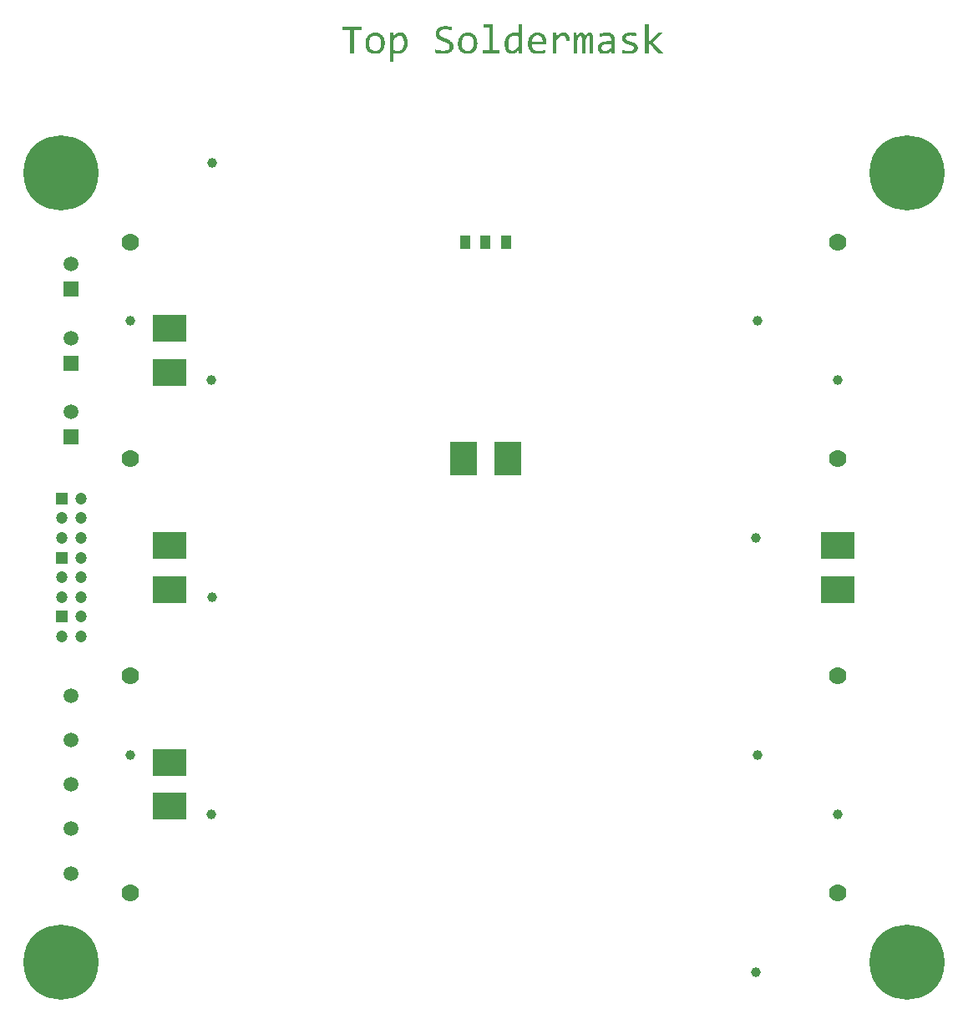
<source format=gts>
G04*
G04 #@! TF.GenerationSoftware,Altium Limited,Altium Designer,20.0.10 (225)*
G04*
G04 Layer_Color=8388736*
%FSLAX25Y25*%
%MOIN*%
G70*
G01*
G75*
%ADD26R,0.04134X0.05315*%
%ADD27R,0.13386X0.10827*%
%ADD28R,0.10827X0.13386*%
%ADD29C,0.05906*%
%ADD30R,0.05906X0.05906*%
%ADD31C,0.07000*%
%ADD32C,0.03937*%
%ADD33R,0.04724X0.04724*%
%ADD34C,0.04724*%
%ADD35C,0.30000*%
G36*
X126128Y215979D02*
X126347Y215961D01*
X126456D01*
X126547Y215942D01*
X126748Y215924D01*
X126984Y215888D01*
X127039D01*
X127112Y215869D01*
X127185D01*
X127385Y215833D01*
X127622Y215797D01*
X127677D01*
X127750Y215778D01*
X127822Y215760D01*
X128023Y215724D01*
X128223Y215687D01*
Y214375D01*
X128187D01*
X128114Y214412D01*
X127986Y214430D01*
X127822Y214467D01*
X127640Y214503D01*
X127422Y214558D01*
X126948Y214631D01*
X126930D01*
X126839Y214649D01*
X126729Y214667D01*
X126565Y214685D01*
X126383Y214703D01*
X126164Y214722D01*
X125727Y214740D01*
X125527D01*
X125308Y214722D01*
X125035Y214685D01*
X124725Y214631D01*
X124415Y214558D01*
X124142Y214448D01*
X123887Y214303D01*
X123869Y214284D01*
X123796Y214230D01*
X123705Y214139D01*
X123595Y214011D01*
X123486Y213847D01*
X123395Y213647D01*
X123322Y213428D01*
X123304Y213173D01*
Y213155D01*
Y213100D01*
X123322Y213027D01*
X123340Y212918D01*
X123413Y212681D01*
X123468Y212554D01*
X123541Y212426D01*
X123559Y212408D01*
X123577Y212371D01*
X123632Y212317D01*
X123705Y212244D01*
X123905Y212062D01*
X124160Y211861D01*
X124178Y211843D01*
X124233Y211825D01*
X124306Y211770D01*
X124434Y211715D01*
X124561Y211643D01*
X124707Y211570D01*
X125071Y211424D01*
X125089D01*
X125162Y211387D01*
X125253Y211351D01*
X125399Y211296D01*
X125545Y211242D01*
X125709Y211169D01*
X126092Y211005D01*
X126110D01*
X126183Y210968D01*
X126292Y210932D01*
X126419Y210877D01*
X126584Y210804D01*
X126748Y210732D01*
X127130Y210549D01*
X127148Y210531D01*
X127221Y210513D01*
X127312Y210458D01*
X127440Y210385D01*
X127731Y210185D01*
X128023Y209948D01*
X128041Y209930D01*
X128096Y209893D01*
X128169Y209821D01*
X128260Y209711D01*
X128351Y209602D01*
X128460Y209456D01*
X128661Y209128D01*
X128679Y209110D01*
X128697Y209037D01*
X128733Y208946D01*
X128788Y208818D01*
X128843Y208654D01*
X128879Y208454D01*
X128897Y208254D01*
X128916Y208017D01*
Y207980D01*
Y207889D01*
X128897Y207743D01*
X128879Y207561D01*
X128843Y207361D01*
X128770Y207124D01*
X128697Y206887D01*
X128588Y206668D01*
X128569Y206650D01*
X128533Y206577D01*
X128460Y206468D01*
X128369Y206340D01*
X128242Y206195D01*
X128096Y206031D01*
X127913Y205867D01*
X127713Y205721D01*
X127695Y205703D01*
X127622Y205666D01*
X127495Y205593D01*
X127349Y205502D01*
X127148Y205411D01*
X126930Y205320D01*
X126675Y205229D01*
X126383Y205156D01*
X126347D01*
X126256Y205120D01*
X126092Y205101D01*
X125873Y205065D01*
X125618Y205029D01*
X125326Y205010D01*
X124998Y204974D01*
X124397D01*
X124251Y204992D01*
X124124D01*
X123796Y205010D01*
X123723D01*
X123650Y205029D01*
X123541D01*
X123286Y205065D01*
X122994Y205101D01*
X122921D01*
X122848Y205120D01*
X122757D01*
X122520Y205156D01*
X122265Y205193D01*
X122247D01*
X122211Y205211D01*
X122138Y205229D01*
X122065Y205247D01*
X121864Y205302D01*
X121646Y205357D01*
Y206760D01*
X121682Y206741D01*
X121755Y206723D01*
X121883Y206687D01*
X122047Y206632D01*
X122247Y206559D01*
X122484Y206504D01*
X122739Y206450D01*
X123012Y206395D01*
X123049D01*
X123140Y206377D01*
X123304Y206359D01*
X123522Y206340D01*
X123778Y206304D01*
X124069Y206286D01*
X124397Y206268D01*
X125017D01*
X125180Y206286D01*
X125363D01*
X125563Y206322D01*
X125764Y206340D01*
X125964Y206377D01*
X125982D01*
X126055Y206395D01*
X126128Y206432D01*
X126256Y206450D01*
X126511Y206559D01*
X126766Y206687D01*
X126784Y206705D01*
X126820Y206723D01*
X126875Y206778D01*
X126948Y206832D01*
X127112Y206996D01*
X127239Y207215D01*
Y207233D01*
X127258Y207270D01*
X127294Y207343D01*
X127312Y207434D01*
X127349Y207543D01*
X127367Y207670D01*
X127385Y207944D01*
Y207962D01*
Y208017D01*
X127367Y208090D01*
X127349Y208199D01*
X127276Y208436D01*
X127221Y208545D01*
X127130Y208673D01*
X127112Y208691D01*
X127094Y208727D01*
X127039Y208782D01*
X126966Y208855D01*
X126875Y208946D01*
X126766Y209037D01*
X126492Y209219D01*
X126474Y209237D01*
X126419Y209256D01*
X126347Y209310D01*
X126237Y209365D01*
X126110Y209438D01*
X125964Y209511D01*
X125600Y209675D01*
X125581Y209693D01*
X125508Y209711D01*
X125417Y209748D01*
X125272Y209802D01*
X125126Y209857D01*
X124944Y209930D01*
X124561Y210075D01*
X124543Y210094D01*
X124470Y210112D01*
X124379Y210167D01*
X124251Y210221D01*
X124087Y210294D01*
X123923Y210367D01*
X123541Y210549D01*
X123522Y210567D01*
X123450Y210604D01*
X123359Y210640D01*
X123231Y210713D01*
X123103Y210804D01*
X122940Y210895D01*
X122630Y211132D01*
X122611Y211151D01*
X122575Y211187D01*
X122502Y211260D01*
X122411Y211369D01*
X122320Y211478D01*
X122211Y211624D01*
X122010Y211934D01*
X121992Y211952D01*
X121974Y212025D01*
X121937Y212116D01*
X121901Y212244D01*
X121846Y212408D01*
X121810Y212590D01*
X121792Y212808D01*
X121773Y213027D01*
Y213045D01*
Y213118D01*
X121792Y213228D01*
X121810Y213373D01*
X121828Y213537D01*
X121864Y213720D01*
X121919Y213920D01*
X121992Y214120D01*
X122010Y214139D01*
X122029Y214212D01*
X122101Y214303D01*
X122174Y214430D01*
X122265Y214576D01*
X122393Y214740D01*
X122539Y214904D01*
X122703Y215068D01*
X122721Y215086D01*
X122794Y215141D01*
X122903Y215214D01*
X123049Y215305D01*
X123213Y215414D01*
X123431Y215523D01*
X123668Y215633D01*
X123942Y215742D01*
X123978Y215760D01*
X124087Y215778D01*
X124233Y215815D01*
X124452Y215869D01*
X124725Y215924D01*
X125035Y215961D01*
X125381Y215979D01*
X125764Y215997D01*
X125946D01*
X126128Y215979D01*
D02*
G37*
G36*
X156337Y205120D02*
X155043D01*
X154988Y206668D01*
Y206650D01*
X154970Y206632D01*
X154879Y206523D01*
X154770Y206377D01*
X154606Y206176D01*
X154405Y205976D01*
X154187Y205757D01*
X153950Y205557D01*
X153695Y205375D01*
X153658Y205357D01*
X153567Y205320D01*
X153440Y205247D01*
X153239Y205174D01*
X153021Y205101D01*
X152766Y205029D01*
X152492Y204992D01*
X152183Y204974D01*
X152073D01*
X151927Y204992D01*
X151763Y205010D01*
X151581Y205047D01*
X151363Y205101D01*
X151162Y205174D01*
X150944Y205265D01*
X150925Y205284D01*
X150853Y205320D01*
X150761Y205393D01*
X150634Y205484D01*
X150488Y205593D01*
X150342Y205739D01*
X150197Y205903D01*
X150051Y206085D01*
X150033Y206104D01*
X149996Y206176D01*
X149923Y206304D01*
X149850Y206450D01*
X149759Y206650D01*
X149668Y206869D01*
X149577Y207106D01*
X149504Y207379D01*
Y207415D01*
X149486Y207506D01*
X149450Y207670D01*
X149431Y207871D01*
X149395Y208126D01*
X149358Y208418D01*
X149340Y208727D01*
Y209055D01*
Y209073D01*
Y209110D01*
Y209165D01*
Y209237D01*
X149358Y209420D01*
X149377Y209675D01*
X149413Y209966D01*
X149450Y210276D01*
X149522Y210604D01*
X149614Y210914D01*
Y210932D01*
X149632Y210950D01*
X149668Y211059D01*
X149741Y211205D01*
X149832Y211387D01*
X149942Y211606D01*
X150087Y211843D01*
X150251Y212080D01*
X150433Y212298D01*
X150452Y212317D01*
X150524Y212389D01*
X150634Y212499D01*
X150798Y212626D01*
X150980Y212754D01*
X151199Y212900D01*
X151435Y213027D01*
X151709Y213155D01*
X151745Y213173D01*
X151836Y213209D01*
X152000Y213246D01*
X152201Y213300D01*
X152438Y213355D01*
X152729Y213410D01*
X153039Y213428D01*
X153367Y213446D01*
X153604D01*
X153859Y213428D01*
X154132Y213392D01*
X154150D01*
X154205Y213373D01*
X154278D01*
X154369Y213355D01*
X154624Y213300D01*
X154897Y213228D01*
Y216708D01*
X156337D01*
Y205120D01*
D02*
G37*
G36*
X200083Y213483D02*
X200265D01*
X200684Y213446D01*
X200702D01*
X200794Y213428D01*
X200903D01*
X201067Y213410D01*
X201249Y213373D01*
X201449Y213355D01*
X201686Y213300D01*
X201923Y213264D01*
Y211989D01*
X201887D01*
X201814Y212025D01*
X201686Y212043D01*
X201504Y212080D01*
X201322Y212116D01*
X201103Y212153D01*
X200648Y212226D01*
X200629D01*
X200538Y212244D01*
X200429Y212262D01*
X200283Y212280D01*
X200119D01*
X199955Y212298D01*
X199591Y212317D01*
X199409D01*
X199281Y212298D01*
X198990Y212280D01*
X198698Y212226D01*
X198680D01*
X198644Y212207D01*
X198571Y212189D01*
X198480Y212171D01*
X198297Y212080D01*
X198097Y211989D01*
X198061Y211970D01*
X197969Y211898D01*
X197878Y211788D01*
X197787Y211661D01*
X197769Y211624D01*
X197751Y211533D01*
X197714Y211406D01*
X197696Y211242D01*
Y211223D01*
Y211205D01*
X197714Y211114D01*
X197733Y210986D01*
X197769Y210841D01*
X197787Y210804D01*
X197842Y210732D01*
X197951Y210622D01*
X198097Y210495D01*
X198115D01*
X198133Y210458D01*
X198188Y210440D01*
X198261Y210385D01*
X198370Y210331D01*
X198480Y210276D01*
X198607Y210221D01*
X198753Y210148D01*
X198771D01*
X198826Y210112D01*
X198917Y210094D01*
X199044Y210039D01*
X199208Y209984D01*
X199391Y209930D01*
X199591Y209875D01*
X199828Y209802D01*
X199864Y209784D01*
X199955Y209766D01*
X200083Y209729D01*
X200265Y209657D01*
X200466Y209602D01*
X200666Y209511D01*
X200866Y209438D01*
X201067Y209347D01*
X201085Y209329D01*
X201158Y209310D01*
X201231Y209256D01*
X201358Y209201D01*
X201613Y209019D01*
X201869Y208818D01*
X201887Y208800D01*
X201923Y208764D01*
X201978Y208709D01*
X202051Y208636D01*
X202197Y208436D01*
X202269Y208308D01*
X202324Y208181D01*
Y208162D01*
X202342Y208126D01*
X202379Y208035D01*
X202397Y207944D01*
X202433Y207816D01*
X202451Y207689D01*
X202470Y207361D01*
Y207343D01*
Y207288D01*
Y207197D01*
X202451Y207106D01*
X202397Y206851D01*
X202306Y206577D01*
Y206559D01*
X202288Y206523D01*
X202251Y206450D01*
X202197Y206377D01*
X202069Y206176D01*
X201905Y205958D01*
X201887Y205940D01*
X201869Y205921D01*
X201814Y205867D01*
X201741Y205812D01*
X201541Y205666D01*
X201304Y205502D01*
X201286D01*
X201249Y205466D01*
X201176Y205448D01*
X201085Y205393D01*
X200866Y205302D01*
X200593Y205211D01*
X200575D01*
X200538Y205193D01*
X200447Y205174D01*
X200356Y205156D01*
X200247Y205120D01*
X200101Y205101D01*
X199810Y205047D01*
X199791D01*
X199737Y205029D01*
X199664D01*
X199555Y205010D01*
X199318Y204992D01*
X199026Y204974D01*
X198716D01*
X198516Y204992D01*
X198279D01*
X198024Y205010D01*
X197477Y205047D01*
X197441D01*
X197368Y205065D01*
X197222Y205083D01*
X197058Y205101D01*
X196840Y205138D01*
X196621Y205174D01*
X196129Y205284D01*
Y206595D01*
X196166D01*
X196257Y206559D01*
X196384Y206523D01*
X196566Y206468D01*
X196785Y206413D01*
X197022Y206359D01*
X197550Y206268D01*
X197587D01*
X197678Y206249D01*
X197805Y206231D01*
X197988D01*
X198206Y206213D01*
X198443Y206195D01*
X198971Y206176D01*
X199135D01*
X199318Y206195D01*
X199536Y206213D01*
X199791Y206249D01*
X200046Y206286D01*
X200283Y206359D01*
X200484Y206450D01*
X200502Y206468D01*
X200557Y206504D01*
X200648Y206559D01*
X200739Y206650D01*
X200830Y206760D01*
X200921Y206905D01*
X200976Y207069D01*
X200994Y207252D01*
Y207270D01*
Y207288D01*
X200976Y207379D01*
X200957Y207506D01*
X200903Y207634D01*
X200885Y207670D01*
X200848Y207743D01*
X200757Y207853D01*
X200611Y207980D01*
X200575Y208017D01*
X200520Y208035D01*
X200466Y208090D01*
X200375Y208126D01*
X200265Y208181D01*
X200119Y208254D01*
X199974Y208308D01*
X199955D01*
X199901Y208345D01*
X199810Y208381D01*
X199664Y208436D01*
X199500Y208490D01*
X199300Y208563D01*
X199081Y208636D01*
X198808Y208709D01*
X198789D01*
X198716Y208746D01*
X198607Y208764D01*
X198480Y208818D01*
X198316Y208873D01*
X198152Y208928D01*
X197787Y209073D01*
X197769Y209092D01*
X197714Y209110D01*
X197623Y209165D01*
X197514Y209219D01*
X197241Y209365D01*
X196967Y209565D01*
X196949Y209584D01*
X196913Y209620D01*
X196840Y209675D01*
X196767Y209766D01*
X196585Y209966D01*
X196421Y210240D01*
Y210258D01*
X196384Y210312D01*
X196366Y210385D01*
X196330Y210495D01*
X196293Y210622D01*
X196275Y210786D01*
X196239Y210968D01*
Y211151D01*
Y211169D01*
Y211205D01*
Y211278D01*
X196257Y211369D01*
X196275Y211478D01*
X196293Y211606D01*
X196384Y211898D01*
Y211916D01*
X196421Y211970D01*
X196457Y212043D01*
X196512Y212153D01*
X196585Y212262D01*
X196676Y212389D01*
X196803Y212535D01*
X196931Y212663D01*
X196949Y212681D01*
X197004Y212718D01*
X197095Y212790D01*
X197204Y212881D01*
X197350Y212972D01*
X197532Y213064D01*
X197733Y213173D01*
X197969Y213264D01*
X198006Y213282D01*
X198097Y213300D01*
X198224Y213337D01*
X198425Y213392D01*
X198662Y213428D01*
X198935Y213464D01*
X199263Y213483D01*
X199609Y213501D01*
X199937D01*
X200083Y213483D01*
D02*
G37*
G36*
X107999Y213483D02*
X108163Y213464D01*
X108363Y213428D01*
X108564Y213373D01*
X108782Y213300D01*
X108983Y213191D01*
X109001Y213173D01*
X109074Y213137D01*
X109165Y213064D01*
X109293Y212972D01*
X109438Y212863D01*
X109584Y212717D01*
X109730Y212554D01*
X109876Y212353D01*
X109894Y212335D01*
X109930Y212262D01*
X110003Y212153D01*
X110076Y211989D01*
X110167Y211806D01*
X110258Y211588D01*
X110350Y211333D01*
X110422Y211059D01*
Y211023D01*
X110459Y210932D01*
X110477Y210768D01*
X110513Y210567D01*
X110550Y210331D01*
X110568Y210039D01*
X110605Y209729D01*
Y209383D01*
Y209365D01*
Y209329D01*
Y209274D01*
Y209201D01*
X110586Y208982D01*
X110568Y208727D01*
X110532Y208418D01*
X110477Y208108D01*
X110404Y207780D01*
X110295Y207452D01*
X110277Y207415D01*
X110240Y207324D01*
X110167Y207178D01*
X110076Y206978D01*
X109949Y206778D01*
X109803Y206541D01*
X109639Y206322D01*
X109438Y206104D01*
X109420Y206085D01*
X109347Y206013D01*
X109220Y205921D01*
X109074Y205794D01*
X108892Y205666D01*
X108655Y205521D01*
X108418Y205393D01*
X108145Y205284D01*
X108108Y205265D01*
X108017Y205247D01*
X107871Y205211D01*
X107671Y205156D01*
X107434Y205101D01*
X107161Y205065D01*
X106869Y205047D01*
X106560Y205029D01*
X106305D01*
X106068Y205047D01*
X105776Y205083D01*
X105703D01*
X105631Y205101D01*
X105539Y205120D01*
X105412D01*
X105284Y205138D01*
X104993Y205193D01*
Y201749D01*
X103572D01*
Y213355D01*
X104829D01*
X104920Y211970D01*
Y211989D01*
X104956Y212007D01*
X105029Y212116D01*
X105157Y212262D01*
X105321Y212426D01*
X105521Y212626D01*
X105740Y212827D01*
X105977Y213009D01*
X106232Y213155D01*
X106268Y213173D01*
X106359Y213209D01*
X106487Y213264D01*
X106687Y213337D01*
X106906Y213392D01*
X107161Y213446D01*
X107452Y213483D01*
X107744Y213501D01*
X107871D01*
X107999Y213483D01*
D02*
G37*
G36*
X172990Y213483D02*
X173081D01*
X173208Y213464D01*
X173500Y213392D01*
X173810Y213300D01*
X174119Y213155D01*
X174429Y212936D01*
X174575Y212809D01*
X174703Y212663D01*
X174739Y212626D01*
X174757Y212572D01*
X174812Y212517D01*
X174848Y212426D01*
X174903Y212317D01*
X174976Y212189D01*
X175030Y212043D01*
X175085Y211879D01*
X175140Y211715D01*
X175194Y211515D01*
X175249Y211296D01*
X175285Y211041D01*
X175304Y210786D01*
X175322Y210513D01*
Y210221D01*
X173883D01*
Y210240D01*
Y210276D01*
Y210331D01*
Y210403D01*
X173864Y210586D01*
X173846Y210804D01*
X173810Y211059D01*
X173755Y211315D01*
X173664Y211570D01*
X173555Y211770D01*
X173536Y211788D01*
X173500Y211843D01*
X173409Y211934D01*
X173300Y212025D01*
X173154Y212098D01*
X172990Y212189D01*
X172789Y212244D01*
X172553Y212262D01*
X172443D01*
X172389Y212244D01*
X172206Y212226D01*
X171988Y212153D01*
X171969D01*
X171933Y212134D01*
X171878Y212116D01*
X171806Y212080D01*
X171605Y211970D01*
X171386Y211825D01*
X171368Y211806D01*
X171332Y211788D01*
X171277Y211734D01*
X171186Y211679D01*
X170986Y211478D01*
X170730Y211242D01*
X170712Y211223D01*
X170676Y211187D01*
X170603Y211114D01*
X170512Y211005D01*
X170403Y210877D01*
X170275Y210750D01*
X170148Y210586D01*
X170002Y210403D01*
Y205120D01*
X168562D01*
Y213355D01*
X169856D01*
X169892Y211825D01*
Y211843D01*
X169929Y211861D01*
X170020Y211970D01*
X170166Y212116D01*
X170348Y212317D01*
X170567Y212517D01*
X170803Y212736D01*
X171058Y212936D01*
X171332Y213100D01*
X171368Y213118D01*
X171459Y213155D01*
X171587Y213228D01*
X171787Y213300D01*
X171988Y213373D01*
X172243Y213446D01*
X172498Y213483D01*
X172771Y213501D01*
X172899D01*
X172990Y213483D01*
D02*
G37*
G36*
X183339D02*
X183430Y213464D01*
X183557Y213428D01*
X183685Y213373D01*
X183831Y213300D01*
X183976Y213209D01*
X184122Y213082D01*
X184268Y212918D01*
X184396Y212718D01*
X184523Y212499D01*
X184614Y212226D01*
X184687Y211898D01*
X184742Y211533D01*
X184760Y211114D01*
Y205120D01*
X183339D01*
Y211023D01*
Y211041D01*
Y211096D01*
Y211151D01*
Y211242D01*
X183321Y211442D01*
X183302Y211643D01*
Y211661D01*
Y211679D01*
X183284Y211788D01*
X183266Y211916D01*
X183211Y212043D01*
X183193Y212062D01*
X183175Y212116D01*
X183120Y212189D01*
X183065Y212244D01*
X183047Y212262D01*
X183011Y212280D01*
X182938Y212298D01*
X182847Y212317D01*
X182829D01*
X182756Y212298D01*
X182665Y212280D01*
X182555Y212207D01*
X182537Y212189D01*
X182482Y212134D01*
X182391Y212025D01*
X182282Y211879D01*
Y211861D01*
X182264Y211843D01*
X182227Y211788D01*
X182191Y211734D01*
X182082Y211533D01*
X181954Y211296D01*
Y211278D01*
X181918Y211223D01*
X181881Y211151D01*
X181826Y211041D01*
X181772Y210914D01*
X181699Y210768D01*
X181626Y210586D01*
X181535Y210403D01*
Y205120D01*
X180114D01*
Y210877D01*
Y210895D01*
Y210950D01*
Y211023D01*
Y211132D01*
X180096Y211369D01*
X180077Y211588D01*
Y211606D01*
Y211643D01*
X180059Y211752D01*
X180041Y211898D01*
X179986Y212025D01*
X179968Y212043D01*
X179950Y212116D01*
X179895Y212189D01*
X179841Y212244D01*
X179822Y212262D01*
X179786Y212280D01*
X179713Y212298D01*
X179622Y212317D01*
X179604D01*
X179531Y212298D01*
X179440Y212280D01*
X179349Y212226D01*
X179330Y212207D01*
X179276Y212153D01*
X179185Y212062D01*
X179075Y211916D01*
X179057Y211879D01*
X178984Y211770D01*
X178875Y211588D01*
X178747Y211351D01*
Y211333D01*
X178711Y211278D01*
X178674Y211205D01*
X178620Y211096D01*
X178565Y210968D01*
X178492Y210804D01*
X178401Y210604D01*
X178310Y210403D01*
Y205120D01*
X176889D01*
Y213355D01*
X178055D01*
X178128Y211788D01*
X178146Y211806D01*
X178164Y211861D01*
X178201Y211952D01*
X178255Y212062D01*
X178401Y212317D01*
X178547Y212572D01*
X178565Y212590D01*
X178583Y212626D01*
X178620Y212681D01*
X178674Y212754D01*
X178802Y212936D01*
X178966Y213100D01*
X178984Y213118D01*
X179002Y213137D01*
X179112Y213209D01*
X179258Y213300D01*
X179421Y213392D01*
X179440D01*
X179458Y213410D01*
X179585Y213446D01*
X179749Y213483D01*
X179950Y213501D01*
X180059D01*
X180187Y213483D01*
X180333Y213446D01*
X180497Y213392D01*
X180660Y213319D01*
X180824Y213209D01*
X180970Y213064D01*
X180988Y213045D01*
X181025Y212991D01*
X181079Y212881D01*
X181152Y212736D01*
X181207Y212535D01*
X181262Y212317D01*
X181298Y212043D01*
X181316Y211715D01*
X181335Y211734D01*
X181353Y211788D01*
X181389Y211861D01*
X181444Y211970D01*
X181571Y212207D01*
X181699Y212462D01*
Y212481D01*
X181735Y212517D01*
X181772Y212590D01*
X181826Y212663D01*
X181954Y212845D01*
X182100Y213027D01*
X182118Y213045D01*
X182136Y213064D01*
X182246Y213155D01*
X182391Y213264D01*
X182573Y213373D01*
X182592D01*
X182628Y213392D01*
X182683Y213410D01*
X182756Y213446D01*
X182956Y213483D01*
X183193Y213501D01*
X183266D01*
X183339Y213483D01*
D02*
G37*
G36*
X206788Y209584D02*
X210487Y213355D01*
X212381D01*
X208519Y209547D01*
X212600Y205120D01*
X210632D01*
X206788Y209529D01*
Y205120D01*
X205367D01*
Y216708D01*
X206788D01*
Y209584D01*
D02*
G37*
G36*
X190517Y213483D02*
X190718Y213464D01*
X190955Y213428D01*
X191410Y213337D01*
X191428D01*
X191520Y213300D01*
X191629Y213264D01*
X191756Y213209D01*
X191920Y213137D01*
X192084Y213045D01*
X192248Y212954D01*
X192412Y212827D01*
X192430Y212809D01*
X192485Y212772D01*
X192558Y212699D01*
X192649Y212608D01*
X192759Y212481D01*
X192868Y212335D01*
X192959Y212171D01*
X193050Y211989D01*
X193068Y211970D01*
X193087Y211898D01*
X193123Y211788D01*
X193178Y211643D01*
X193214Y211478D01*
X193251Y211260D01*
X193269Y211041D01*
X193287Y210786D01*
Y205120D01*
X191993D01*
X191957Y206213D01*
X191920Y206176D01*
X191848Y206104D01*
X191702Y205994D01*
X191538Y205849D01*
X191319Y205703D01*
X191101Y205539D01*
X190845Y205393D01*
X190590Y205265D01*
X190554Y205247D01*
X190463Y205229D01*
X190335Y205174D01*
X190153Y205120D01*
X189934Y205065D01*
X189679Y205029D01*
X189424Y204992D01*
X189133Y204974D01*
X189023D01*
X188896Y204992D01*
X188732D01*
X188531Y205010D01*
X188331Y205047D01*
X187930Y205138D01*
X187912D01*
X187857Y205174D01*
X187766Y205211D01*
X187639Y205265D01*
X187384Y205429D01*
X187110Y205630D01*
X187092Y205648D01*
X187056Y205684D01*
X187001Y205757D01*
X186928Y205849D01*
X186855Y205958D01*
X186764Y206085D01*
X186637Y206377D01*
Y206395D01*
X186618Y206450D01*
X186600Y206541D01*
X186564Y206650D01*
X186546Y206796D01*
X186509Y206960D01*
X186491Y207306D01*
Y207324D01*
Y207361D01*
Y207434D01*
X186509Y207506D01*
X186527Y207616D01*
X186546Y207743D01*
X186600Y208017D01*
X186709Y208326D01*
X186873Y208654D01*
X186983Y208818D01*
X187110Y208964D01*
X187238Y209110D01*
X187402Y209256D01*
X187420D01*
X187438Y209292D01*
X187493Y209329D01*
X187584Y209365D01*
X187675Y209420D01*
X187784Y209474D01*
X187930Y209547D01*
X188094Y209620D01*
X188276Y209675D01*
X188477Y209748D01*
X188696Y209802D01*
X188951Y209857D01*
X189206Y209893D01*
X189497Y209930D01*
X189807Y209966D01*
X191848D01*
Y210677D01*
Y210713D01*
Y210804D01*
X191829Y210932D01*
X191793Y211096D01*
X191738Y211278D01*
X191647Y211478D01*
X191538Y211661D01*
X191374Y211843D01*
X191356Y211861D01*
X191283Y211916D01*
X191173Y211989D01*
X191028Y212062D01*
X190827Y212134D01*
X190572Y212207D01*
X190281Y212262D01*
X189953Y212280D01*
X189698D01*
X189515Y212262D01*
X189297Y212244D01*
X189078Y212207D01*
X188568Y212116D01*
X188531D01*
X188459Y212080D01*
X188313Y212043D01*
X188149Y212007D01*
X187930Y211934D01*
X187693Y211861D01*
X187438Y211770D01*
X187183Y211679D01*
Y212972D01*
X187201D01*
X187238Y212991D01*
X187274Y213009D01*
X187347Y213027D01*
X187529Y213082D01*
X187766Y213155D01*
X187784D01*
X187821Y213173D01*
X187894Y213191D01*
X187985Y213209D01*
X188222Y213264D01*
X188477Y213319D01*
X188495D01*
X188550Y213337D01*
X188623Y213355D01*
X188714Y213373D01*
X188823Y213392D01*
X188951Y213410D01*
X189242Y213446D01*
X189260D01*
X189315Y213464D01*
X189388D01*
X189497Y213483D01*
X189625D01*
X189752Y213501D01*
X190335D01*
X190517Y213483D01*
D02*
G37*
G36*
X144749Y206304D02*
X147208D01*
Y205120D01*
X140613D01*
Y206304D01*
X143309D01*
Y215542D01*
X140886D01*
Y216708D01*
X144749D01*
Y206304D01*
D02*
G37*
G36*
X92312Y214594D02*
X89141D01*
Y205120D01*
X87665D01*
Y214594D01*
X84495D01*
Y215833D01*
X92312D01*
Y214594D01*
D02*
G37*
G36*
X162696Y213483D02*
X162896Y213464D01*
X163133Y213428D01*
X163388Y213392D01*
X163643Y213319D01*
X163898Y213228D01*
X163935Y213209D01*
X164007Y213173D01*
X164135Y213118D01*
X164299Y213027D01*
X164463Y212918D01*
X164663Y212790D01*
X164846Y212626D01*
X165028Y212444D01*
X165046Y212426D01*
X165101Y212353D01*
X165192Y212244D01*
X165283Y212116D01*
X165392Y211934D01*
X165520Y211734D01*
X165629Y211497D01*
X165720Y211242D01*
X165738Y211205D01*
X165756Y211114D01*
X165793Y210968D01*
X165848Y210786D01*
X165884Y210549D01*
X165920Y210294D01*
X165939Y210003D01*
X165957Y209675D01*
Y209657D01*
Y209620D01*
Y209565D01*
Y209492D01*
Y209329D01*
X165939Y209146D01*
Y209110D01*
Y209019D01*
Y208910D01*
X165920Y208782D01*
X160145D01*
Y208764D01*
Y208727D01*
Y208654D01*
X160163Y208581D01*
Y208472D01*
X160181Y208345D01*
X160236Y208053D01*
X160309Y207743D01*
X160436Y207415D01*
X160600Y207106D01*
X160837Y206832D01*
X160873Y206796D01*
X160965Y206723D01*
X161129Y206614D01*
X161365Y206504D01*
X161657Y206377D01*
X162003Y206268D01*
X162404Y206195D01*
X162878Y206158D01*
X163333D01*
X163588Y206176D01*
X163643D01*
X163716Y206195D01*
X163807D01*
X164044Y206231D01*
X164281Y206249D01*
X164299D01*
X164335Y206268D01*
X164408D01*
X164499Y206286D01*
X164700Y206322D01*
X164937Y206359D01*
X164955D01*
X164991Y206377D01*
X165046Y206395D01*
X165119Y206413D01*
X165319Y206450D01*
X165520Y206504D01*
Y205338D01*
X165501D01*
X165410Y205320D01*
X165301Y205284D01*
X165137Y205247D01*
X164937Y205211D01*
X164718Y205156D01*
X164463Y205120D01*
X164190Y205083D01*
X164153D01*
X164062Y205065D01*
X163916Y205047D01*
X163734Y205029D01*
X163497Y205010D01*
X163242Y204992D01*
X162969Y204974D01*
X162495D01*
X162295Y204992D01*
X162058Y205010D01*
X161766Y205047D01*
X161457Y205083D01*
X161147Y205156D01*
X160855Y205247D01*
X160819Y205265D01*
X160728Y205302D01*
X160582Y205375D01*
X160418Y205466D01*
X160218Y205575D01*
X159999Y205721D01*
X159799Y205885D01*
X159598Y206085D01*
X159580Y206104D01*
X159525Y206176D01*
X159434Y206304D01*
X159325Y206450D01*
X159197Y206650D01*
X159088Y206869D01*
X158960Y207142D01*
X158869Y207415D01*
Y207434D01*
Y207452D01*
X158833Y207561D01*
X158796Y207725D01*
X158760Y207944D01*
X158724Y208217D01*
X158687Y208509D01*
X158669Y208855D01*
X158651Y209219D01*
Y209237D01*
Y209256D01*
Y209365D01*
X158669Y209529D01*
X158687Y209748D01*
X158705Y209984D01*
X158760Y210258D01*
X158815Y210549D01*
X158888Y210841D01*
Y210859D01*
X158906Y210877D01*
X158942Y210968D01*
X158997Y211114D01*
X159070Y211315D01*
X159179Y211515D01*
X159307Y211752D01*
X159452Y211989D01*
X159616Y212207D01*
X159634Y212226D01*
X159707Y212298D01*
X159817Y212408D01*
X159944Y212554D01*
X160126Y212699D01*
X160327Y212863D01*
X160546Y213009D01*
X160801Y213155D01*
X160837Y213173D01*
X160928Y213209D01*
X161074Y213264D01*
X161256Y213337D01*
X161493Y213392D01*
X161766Y213446D01*
X162058Y213483D01*
X162386Y213501D01*
X162531D01*
X162696Y213483D01*
D02*
G37*
G36*
X134983D02*
X135183Y213464D01*
X135438Y213428D01*
X135694Y213373D01*
X135967Y213300D01*
X136240Y213209D01*
X136276Y213191D01*
X136368Y213155D01*
X136495Y213100D01*
X136659Y213009D01*
X136841Y212900D01*
X137042Y212754D01*
X137242Y212590D01*
X137424Y212408D01*
X137443Y212389D01*
X137497Y212317D01*
X137588Y212207D01*
X137698Y212043D01*
X137825Y211861D01*
X137953Y211624D01*
X138062Y211369D01*
X138171Y211096D01*
X138190Y211059D01*
X138208Y210950D01*
X138262Y210786D01*
X138317Y210586D01*
X138354Y210312D01*
X138408Y210003D01*
X138426Y209657D01*
X138445Y209292D01*
Y209274D01*
Y209256D01*
Y209201D01*
Y209128D01*
X138426Y208946D01*
X138408Y208709D01*
X138372Y208436D01*
X138335Y208144D01*
X138262Y207835D01*
X138171Y207525D01*
X138153Y207488D01*
X138117Y207397D01*
X138062Y207251D01*
X137971Y207069D01*
X137862Y206851D01*
X137734Y206614D01*
X137570Y206377D01*
X137388Y206158D01*
X137370Y206140D01*
X137297Y206067D01*
X137188Y205958D01*
X137042Y205830D01*
X136860Y205703D01*
X136659Y205557D01*
X136404Y205411D01*
X136149Y205284D01*
X136112Y205265D01*
X136021Y205229D01*
X135876Y205193D01*
X135675Y205138D01*
X135420Y205065D01*
X135147Y205029D01*
X134837Y204992D01*
X134491Y204974D01*
X134345D01*
X134163Y204992D01*
X133963Y205010D01*
X133707Y205047D01*
X133434Y205083D01*
X133161Y205156D01*
X132888Y205247D01*
X132851Y205265D01*
X132778Y205302D01*
X132651Y205357D01*
X132487Y205448D01*
X132286Y205557D01*
X132104Y205703D01*
X131904Y205867D01*
X131703Y206049D01*
X131685Y206067D01*
X131630Y206140D01*
X131539Y206249D01*
X131430Y206413D01*
X131321Y206595D01*
X131193Y206832D01*
X131084Y207087D01*
X130974Y207361D01*
Y207379D01*
X130956Y207397D01*
X130938Y207506D01*
X130902Y207670D01*
X130847Y207889D01*
X130792Y208162D01*
X130756Y208472D01*
X130738Y208818D01*
X130719Y209183D01*
Y209201D01*
Y209219D01*
Y209274D01*
Y209347D01*
X130738Y209529D01*
X130756Y209748D01*
X130774Y210021D01*
X130829Y210312D01*
X130883Y210622D01*
X130974Y210914D01*
Y210932D01*
X130993Y210950D01*
X131029Y211041D01*
X131084Y211205D01*
X131175Y211387D01*
X131284Y211606D01*
X131430Y211825D01*
X131576Y212062D01*
X131758Y212280D01*
X131776Y212298D01*
X131849Y212371D01*
X131958Y212481D01*
X132104Y212608D01*
X132286Y212754D01*
X132505Y212900D01*
X132742Y213045D01*
X132997Y213173D01*
X133033Y213191D01*
X133124Y213228D01*
X133270Y213282D01*
X133471Y213337D01*
X133726Y213392D01*
X133999Y213446D01*
X134309Y213483D01*
X134655Y213501D01*
X134801D01*
X134983Y213483D01*
D02*
G37*
G36*
X98033Y213483D02*
X98233Y213464D01*
X98488Y213428D01*
X98743Y213373D01*
X99017Y213300D01*
X99290Y213209D01*
X99326Y213191D01*
X99417Y213155D01*
X99545Y213100D01*
X99709Y213009D01*
X99891Y212900D01*
X100092Y212754D01*
X100292Y212590D01*
X100474Y212408D01*
X100492Y212389D01*
X100547Y212317D01*
X100638Y212207D01*
X100748Y212043D01*
X100875Y211861D01*
X101003Y211624D01*
X101112Y211369D01*
X101221Y211096D01*
X101239Y211059D01*
X101258Y210950D01*
X101312Y210786D01*
X101367Y210586D01*
X101403Y210312D01*
X101458Y210003D01*
X101476Y209657D01*
X101495Y209292D01*
Y209274D01*
Y209256D01*
Y209201D01*
Y209128D01*
X101476Y208946D01*
X101458Y208709D01*
X101422Y208436D01*
X101385Y208144D01*
X101312Y207835D01*
X101221Y207525D01*
X101203Y207488D01*
X101167Y207397D01*
X101112Y207251D01*
X101021Y207069D01*
X100911Y206851D01*
X100784Y206614D01*
X100620Y206377D01*
X100438Y206158D01*
X100420Y206140D01*
X100347Y206067D01*
X100237Y205958D01*
X100092Y205830D01*
X99909Y205703D01*
X99709Y205557D01*
X99454Y205411D01*
X99199Y205284D01*
X99162Y205265D01*
X99071Y205229D01*
X98926Y205193D01*
X98725Y205138D01*
X98470Y205065D01*
X98197Y205029D01*
X97887Y204992D01*
X97541Y204974D01*
X97395D01*
X97213Y204992D01*
X97012Y205010D01*
X96757Y205047D01*
X96484Y205083D01*
X96211Y205156D01*
X95937Y205247D01*
X95901Y205265D01*
X95828Y205302D01*
X95701Y205357D01*
X95537Y205448D01*
X95336Y205557D01*
X95154Y205703D01*
X94954Y205867D01*
X94753Y206049D01*
X94735Y206067D01*
X94680Y206140D01*
X94589Y206249D01*
X94480Y206413D01*
X94371Y206595D01*
X94243Y206832D01*
X94134Y207087D01*
X94024Y207361D01*
Y207379D01*
X94006Y207397D01*
X93988Y207506D01*
X93951Y207670D01*
X93897Y207889D01*
X93842Y208162D01*
X93806Y208472D01*
X93787Y208818D01*
X93769Y209183D01*
Y209201D01*
Y209219D01*
Y209274D01*
Y209347D01*
X93787Y209529D01*
X93806Y209748D01*
X93824Y210021D01*
X93879Y210312D01*
X93933Y210622D01*
X94024Y210914D01*
Y210932D01*
X94043Y210950D01*
X94079Y211041D01*
X94134Y211205D01*
X94225Y211387D01*
X94334Y211606D01*
X94480Y211825D01*
X94626Y212062D01*
X94808Y212280D01*
X94826Y212298D01*
X94899Y212371D01*
X95008Y212481D01*
X95154Y212608D01*
X95336Y212754D01*
X95555Y212900D01*
X95792Y213045D01*
X96047Y213173D01*
X96083Y213191D01*
X96174Y213228D01*
X96320Y213282D01*
X96521Y213337D01*
X96776Y213392D01*
X97049Y213446D01*
X97359Y213483D01*
X97705Y213501D01*
X97851D01*
X98033Y213483D01*
D02*
G37*
%LPC*%
G36*
X153258Y212262D02*
X153148D01*
X153057Y212244D01*
X152857Y212226D01*
X152602Y212171D01*
X152292Y212080D01*
X152000Y211934D01*
X151709Y211752D01*
X151435Y211497D01*
X151417Y211460D01*
X151345Y211351D01*
X151290Y211278D01*
X151235Y211169D01*
X151181Y211059D01*
X151126Y210932D01*
X151053Y210768D01*
X150998Y210604D01*
X150944Y210403D01*
X150907Y210185D01*
X150853Y209966D01*
X150834Y209711D01*
X150798Y209438D01*
Y209146D01*
Y209128D01*
Y209073D01*
Y209001D01*
Y208910D01*
X150816Y208782D01*
Y208636D01*
X150853Y208308D01*
X150907Y207944D01*
X150980Y207579D01*
X151089Y207233D01*
X151235Y206924D01*
X151253Y206887D01*
X151308Y206814D01*
X151417Y206687D01*
X151563Y206559D01*
X151727Y206432D01*
X151946Y206304D01*
X152183Y206231D01*
X152474Y206195D01*
X152565D01*
X152674Y206213D01*
X152820Y206249D01*
X153003Y206304D01*
X153185Y206395D01*
X153403Y206504D01*
X153622Y206668D01*
X153658Y206687D01*
X153731Y206760D01*
X153841Y206869D01*
X154005Y207033D01*
X154205Y207233D01*
X154405Y207488D01*
X154642Y207780D01*
X154897Y208108D01*
Y211916D01*
X154879D01*
X154843Y211952D01*
X154752Y211970D01*
X154660Y212007D01*
X154551Y212043D01*
X154405Y212098D01*
X154096Y212171D01*
X154077D01*
X154023Y212189D01*
X153950Y212207D01*
X153841Y212226D01*
X153713D01*
X153567Y212244D01*
X153258Y212262D01*
D02*
G37*
G36*
X107616Y212262D02*
X107343D01*
X107289Y212244D01*
X107106Y212226D01*
X106906Y212171D01*
X106888D01*
X106851Y212153D01*
X106797Y212134D01*
X106724Y212098D01*
X106542Y212007D01*
X106323Y211879D01*
X106305D01*
X106268Y211843D01*
X106213Y211806D01*
X106141Y211734D01*
X105940Y211570D01*
X105685Y211333D01*
X105667Y211315D01*
X105631Y211278D01*
X105558Y211205D01*
X105485Y211114D01*
X105375Y210986D01*
X105248Y210841D01*
X105120Y210695D01*
X104993Y210513D01*
Y206523D01*
X105011D01*
X105066Y206504D01*
X105139Y206468D01*
X105248Y206432D01*
X105357Y206395D01*
X105503Y206340D01*
X105813Y206267D01*
X105831D01*
X105886Y206249D01*
X105977Y206231D01*
X106086D01*
X106213Y206213D01*
X106359Y206195D01*
X106669Y206176D01*
X106778D01*
X106851Y206195D01*
X107070Y206213D01*
X107325Y206267D01*
X107616Y206377D01*
X107908Y206504D01*
X108200Y206705D01*
X108345Y206814D01*
X108473Y206960D01*
Y206978D01*
X108509Y206996D01*
X108527Y207051D01*
X108582Y207106D01*
X108637Y207197D01*
X108691Y207288D01*
X108746Y207415D01*
X108819Y207543D01*
X108874Y207707D01*
X108928Y207871D01*
X108983Y208071D01*
X109038Y208290D01*
X109092Y208509D01*
X109110Y208764D01*
X109147Y209019D01*
Y209310D01*
Y209347D01*
Y209420D01*
Y209547D01*
X109129Y209711D01*
Y209893D01*
X109110Y210094D01*
X109038Y210495D01*
Y210513D01*
X109019Y210586D01*
X109001Y210695D01*
X108965Y210823D01*
X108874Y211114D01*
X108746Y211424D01*
Y211442D01*
X108710Y211497D01*
X108673Y211570D01*
X108600Y211661D01*
X108436Y211861D01*
X108218Y212043D01*
X108200Y212062D01*
X108163Y212080D01*
X108090Y212116D01*
X107999Y212153D01*
X107890Y212189D01*
X107762Y212226D01*
X107616Y212262D01*
D02*
G37*
G36*
X191848Y208873D02*
X189843D01*
X189716Y208855D01*
X189424Y208837D01*
X189114Y208764D01*
X189096D01*
X189060Y208746D01*
X188987Y208727D01*
X188896Y208691D01*
X188677Y208581D01*
X188477Y208454D01*
X188459D01*
X188440Y208418D01*
X188349Y208326D01*
X188222Y208162D01*
X188112Y207980D01*
Y207962D01*
X188094Y207926D01*
X188076Y207871D01*
X188058Y207798D01*
X188021Y207598D01*
X188003Y207361D01*
Y207343D01*
Y207324D01*
X188021Y207215D01*
X188040Y207069D01*
X188076Y206905D01*
Y206887D01*
X188094Y206869D01*
X188131Y206778D01*
X188204Y206650D01*
X188313Y206504D01*
X188349Y206486D01*
X188422Y206413D01*
X188568Y206322D01*
X188732Y206249D01*
X188750D01*
X188787Y206231D01*
X188841Y206213D01*
X188914D01*
X189114Y206176D01*
X189370Y206158D01*
X189461D01*
X189552Y206176D01*
X189698Y206195D01*
X189862Y206231D01*
X190062Y206286D01*
X190262Y206359D01*
X190499Y206450D01*
X190536Y206468D01*
X190609Y206504D01*
X190736Y206577D01*
X190900Y206687D01*
X191101Y206814D01*
X191337Y206978D01*
X191592Y207160D01*
X191848Y207397D01*
Y208873D01*
D02*
G37*
G36*
X162513Y212353D02*
X162149D01*
X162040Y212335D01*
X161912Y212317D01*
X161766Y212280D01*
X161457Y212171D01*
X161438D01*
X161402Y212134D01*
X161329Y212098D01*
X161238Y212043D01*
X161019Y211879D01*
X160801Y211661D01*
X160782Y211643D01*
X160764Y211606D01*
X160710Y211533D01*
X160637Y211442D01*
X160564Y211333D01*
X160491Y211187D01*
X160345Y210877D01*
Y210859D01*
X160327Y210804D01*
X160291Y210713D01*
X160254Y210586D01*
X160218Y210440D01*
X160199Y210258D01*
X160145Y209875D01*
X164481D01*
Y209893D01*
Y209966D01*
Y210075D01*
Y210203D01*
X164463Y210349D01*
X164445Y210513D01*
X164354Y210859D01*
Y210877D01*
X164335Y210932D01*
X164299Y211023D01*
X164262Y211132D01*
X164135Y211387D01*
X163953Y211643D01*
X163935Y211661D01*
X163898Y211697D01*
X163843Y211752D01*
X163770Y211825D01*
X163661Y211916D01*
X163552Y211989D01*
X163260Y212153D01*
X163242Y212171D01*
X163187Y212189D01*
X163096Y212226D01*
X162987Y212262D01*
X162859Y212298D01*
X162696Y212317D01*
X162513Y212353D01*
D02*
G37*
G36*
X134783Y212280D02*
X134473D01*
X134345Y212262D01*
X134199Y212244D01*
X134017Y212226D01*
X133835Y212171D01*
X133653Y212116D01*
X133471Y212025D01*
X133452Y212007D01*
X133398Y211970D01*
X133307Y211916D01*
X133216Y211843D01*
X133088Y211752D01*
X132960Y211643D01*
X132724Y211351D01*
X132705Y211333D01*
X132669Y211278D01*
X132633Y211187D01*
X132560Y211078D01*
X132487Y210932D01*
X132432Y210768D01*
X132359Y210586D01*
X132305Y210385D01*
Y210367D01*
X132286Y210294D01*
X132268Y210185D01*
X132250Y210039D01*
X132213Y209857D01*
X132195Y209657D01*
X132177Y209219D01*
Y209183D01*
Y209092D01*
X132195Y208946D01*
Y208764D01*
X132213Y208563D01*
X132250Y208326D01*
X132341Y207871D01*
Y207853D01*
X132377Y207780D01*
X132414Y207670D01*
X132468Y207543D01*
X132614Y207233D01*
X132815Y206924D01*
X132833Y206905D01*
X132869Y206869D01*
X132942Y206796D01*
X133033Y206723D01*
X133143Y206632D01*
X133270Y206541D01*
X133562Y206359D01*
X133580D01*
X133635Y206322D01*
X133744Y206304D01*
X133853Y206268D01*
X134017Y206231D01*
X134181Y206213D01*
X134382Y206176D01*
X134691D01*
X134801Y206195D01*
X134965Y206213D01*
X135129Y206231D01*
X135311Y206286D01*
X135493Y206340D01*
X135675Y206413D01*
X135694Y206432D01*
X135748Y206468D01*
X135839Y206523D01*
X135949Y206595D01*
X136058Y206687D01*
X136185Y206814D01*
X136422Y207087D01*
X136441Y207106D01*
X136477Y207160D01*
X136513Y207251D01*
X136586Y207361D01*
X136659Y207506D01*
X136714Y207670D01*
X136787Y207853D01*
X136841Y208053D01*
Y208071D01*
X136860Y208144D01*
X136896Y208272D01*
X136914Y208418D01*
X136951Y208581D01*
X136969Y208782D01*
X136987Y209219D01*
Y209256D01*
Y209347D01*
Y209492D01*
X136969Y209675D01*
X136951Y209875D01*
X136914Y210112D01*
X136860Y210331D01*
X136805Y210549D01*
Y210567D01*
X136768Y210640D01*
X136732Y210750D01*
X136677Y210895D01*
X136532Y211187D01*
X136441Y211351D01*
X136331Y211497D01*
X136313Y211515D01*
X136276Y211551D01*
X136204Y211624D01*
X136112Y211715D01*
X136003Y211806D01*
X135876Y211897D01*
X135566Y212080D01*
X135548Y212098D01*
X135493Y212116D01*
X135402Y212153D01*
X135274Y212189D01*
X135129Y212226D01*
X134965Y212244D01*
X134783Y212280D01*
D02*
G37*
G36*
X97832Y212280D02*
X97523D01*
X97395Y212262D01*
X97249Y212244D01*
X97067Y212226D01*
X96885Y212171D01*
X96703Y212116D01*
X96521Y212025D01*
X96502Y212007D01*
X96448Y211970D01*
X96356Y211916D01*
X96265Y211843D01*
X96138Y211752D01*
X96010Y211643D01*
X95774Y211351D01*
X95755Y211333D01*
X95719Y211278D01*
X95682Y211187D01*
X95609Y211078D01*
X95537Y210932D01*
X95482Y210768D01*
X95409Y210586D01*
X95354Y210385D01*
Y210367D01*
X95336Y210294D01*
X95318Y210185D01*
X95300Y210039D01*
X95263Y209857D01*
X95245Y209657D01*
X95227Y209219D01*
Y209183D01*
Y209092D01*
X95245Y208946D01*
Y208764D01*
X95263Y208563D01*
X95300Y208326D01*
X95391Y207871D01*
Y207853D01*
X95427Y207780D01*
X95464Y207670D01*
X95518Y207543D01*
X95664Y207233D01*
X95864Y206924D01*
X95883Y206905D01*
X95919Y206869D01*
X95992Y206796D01*
X96083Y206723D01*
X96193Y206632D01*
X96320Y206541D01*
X96612Y206359D01*
X96630D01*
X96684Y206322D01*
X96794Y206304D01*
X96903Y206267D01*
X97067Y206231D01*
X97231Y206213D01*
X97431Y206176D01*
X97741D01*
X97851Y206195D01*
X98014Y206213D01*
X98178Y206231D01*
X98361Y206286D01*
X98543Y206340D01*
X98725Y206413D01*
X98743Y206432D01*
X98798Y206468D01*
X98889Y206523D01*
X98998Y206595D01*
X99108Y206687D01*
X99235Y206814D01*
X99472Y207087D01*
X99490Y207106D01*
X99527Y207160D01*
X99563Y207251D01*
X99636Y207361D01*
X99709Y207506D01*
X99764Y207670D01*
X99836Y207853D01*
X99891Y208053D01*
Y208071D01*
X99909Y208144D01*
X99946Y208272D01*
X99964Y208418D01*
X100001Y208581D01*
X100019Y208782D01*
X100037Y209219D01*
Y209256D01*
Y209347D01*
Y209492D01*
X100019Y209675D01*
X100001Y209875D01*
X99964Y210112D01*
X99909Y210331D01*
X99855Y210549D01*
Y210567D01*
X99818Y210640D01*
X99782Y210750D01*
X99727Y210895D01*
X99581Y211187D01*
X99490Y211351D01*
X99381Y211497D01*
X99363Y211515D01*
X99326Y211551D01*
X99253Y211624D01*
X99162Y211715D01*
X99053Y211806D01*
X98926Y211897D01*
X98616Y212080D01*
X98598Y212098D01*
X98543Y212116D01*
X98452Y212153D01*
X98324Y212189D01*
X98178Y212226D01*
X98014Y212244D01*
X97832Y212280D01*
D02*
G37*
%LPD*%
D26*
X133661Y129921D02*
D03*
X149803D02*
D03*
X141732D02*
D03*
D27*
X282200Y8760D02*
D03*
Y-8760D02*
D03*
X15748Y8760D02*
D03*
Y-8760D02*
D03*
Y-77854D02*
D03*
Y-95374D02*
D03*
Y77854D02*
D03*
Y95374D02*
D03*
D28*
X132972Y43307D02*
D03*
X150492D02*
D03*
D29*
X-23622Y121221D02*
D03*
Y91535D02*
D03*
Y62165D02*
D03*
Y-122047D02*
D03*
Y-51181D02*
D03*
Y-104331D02*
D03*
Y-86614D02*
D03*
Y-68898D02*
D03*
D30*
Y111221D02*
D03*
Y81535D02*
D03*
Y52165D02*
D03*
D31*
X0Y-129921D02*
D03*
X282200D02*
D03*
Y-43307D02*
D03*
X0D02*
D03*
Y43307D02*
D03*
X282200D02*
D03*
Y129921D02*
D03*
X0D02*
D03*
D32*
X32100Y-98421D02*
D03*
X249600Y-161421D02*
D03*
X282200Y-98421D02*
D03*
X250100Y-74807D02*
D03*
X32600Y-11807D02*
D03*
X0Y-74807D02*
D03*
X32100Y74807D02*
D03*
X249600Y11807D02*
D03*
X282200Y74807D02*
D03*
X250100Y98421D02*
D03*
X32600Y161421D02*
D03*
X0Y98421D02*
D03*
D33*
X-27559Y-19685D02*
D03*
Y3937D02*
D03*
Y27559D02*
D03*
D34*
X-19685Y-19685D02*
D03*
X-27559Y-27559D02*
D03*
X-19685D02*
D03*
Y3937D02*
D03*
X-27559Y-3937D02*
D03*
X-19685D02*
D03*
X-27559Y-11811D02*
D03*
X-19685D02*
D03*
Y27559D02*
D03*
X-27559Y19685D02*
D03*
X-19685D02*
D03*
X-27559Y11811D02*
D03*
X-19685D02*
D03*
D35*
X310070Y-157480D02*
D03*
Y157480D02*
D03*
X-27870D02*
D03*
Y-157480D02*
D03*
M02*

</source>
